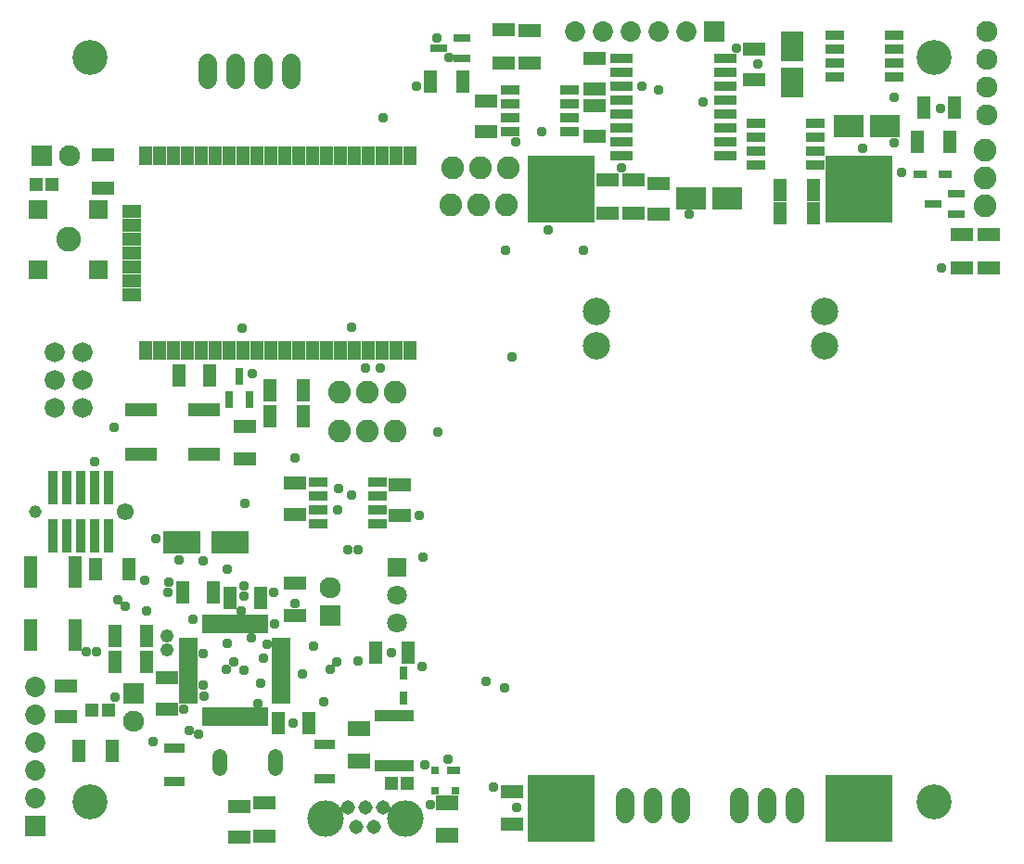
<source format=gts>
G04 EAGLE Gerber RS-274X export*
G75*
%MOMM*%
%FSLAX34Y34*%
%LPD*%
%INSoldermask Top*%
%IPPOS*%
%AMOC8*
5,1,8,0,0,1.08239X$1,22.5*%
G01*
%ADD10R,1.223200X2.023200*%
%ADD11C,3.203200*%
%ADD12C,1.928200*%
%ADD13R,1.808200X1.808200*%
%ADD14C,1.808200*%
%ADD15R,1.219200X1.727200*%
%ADD16R,1.727200X1.219200*%
%ADD17R,1.731200X0.853200*%
%ADD18R,2.023200X1.223200*%
%ADD19R,3.503200X2.003200*%
%ADD20C,1.238200*%
%ADD21R,1.233200X2.073200*%
%ADD22R,1.253200X2.003200*%
%ADD23R,0.803200X1.503200*%
%ADD24R,2.003200X1.253200*%
%ADD25R,2.023200X1.363200*%
%ADD26R,1.928200X1.928200*%
%ADD27R,1.153200X1.153200*%
%ADD28C,1.828800*%
%ADD29R,1.678200X0.503200*%
%ADD30R,0.503200X1.678200*%
%ADD31R,0.903200X3.103200*%
%ADD32C,1.553200*%
%ADD33C,1.153200*%
%ADD34C,1.320800*%
%ADD35R,1.983200X0.913200*%
%ADD36R,1.728200X0.853200*%
%ADD37R,2.003200X2.803200*%
%ADD38R,2.803200X2.003200*%
%ADD39R,3.633200X1.053200*%
%ADD40R,1.203200X1.203200*%
%ADD41R,1.203200X0.803200*%
%ADD42R,0.803200X0.803200*%
%ADD43R,1.503200X0.803200*%
%ADD44R,1.303200X0.703200*%
%ADD45R,0.703200X1.303200*%
%ADD46C,2.082800*%
%ADD47R,6.203200X6.203200*%
%ADD48C,1.727200*%
%ADD49C,2.253200*%
%ADD50R,1.703200X1.703200*%
%ADD51R,1.203200X2.953200*%
%ADD52R,2.953200X1.203200*%
%ADD53C,1.311200*%
%ADD54C,3.335200*%
%ADD55R,1.853200X1.853200*%
%ADD56C,1.853200*%
%ADD57R,2.128200X0.853200*%
%ADD58C,2.503200*%
%ADD59C,0.959600*%


D10*
X177500Y231600D03*
X149500Y231600D03*
D11*
X65000Y720000D03*
X835000Y720000D03*
X835000Y40000D03*
X65000Y40000D03*
D12*
X884000Y744000D03*
X884000Y718600D03*
X884000Y693200D03*
X884000Y667800D03*
D13*
X345000Y254000D03*
D14*
X345000Y228600D03*
X345000Y203200D03*
D15*
X356650Y629900D03*
X343950Y629900D03*
X331250Y629900D03*
X318550Y629900D03*
X305850Y629900D03*
X293150Y629900D03*
X280450Y629900D03*
X267750Y629900D03*
X255050Y629900D03*
X242350Y629900D03*
X229650Y629900D03*
X216950Y629900D03*
X204250Y629900D03*
X191550Y629900D03*
X178850Y629900D03*
X166150Y629900D03*
X153450Y629900D03*
X140750Y629900D03*
X128050Y629900D03*
X115350Y629900D03*
D16*
X102650Y579100D03*
X102650Y566400D03*
X102650Y553700D03*
X102650Y541000D03*
X102650Y528300D03*
X102650Y515600D03*
X102650Y502900D03*
D15*
X115350Y452100D03*
X128050Y452100D03*
X140750Y452100D03*
X153450Y452100D03*
X166150Y452100D03*
X178850Y452100D03*
X191550Y452100D03*
X204250Y452100D03*
X216950Y452100D03*
X229650Y452100D03*
X242350Y452100D03*
X255050Y452100D03*
X267750Y452100D03*
X280450Y452100D03*
X293150Y452100D03*
X305850Y452100D03*
X318550Y452100D03*
X331250Y452100D03*
X343950Y452100D03*
X356650Y452100D03*
D17*
X502710Y652150D03*
X502710Y664850D03*
X502710Y677550D03*
X502710Y690250D03*
X448490Y690250D03*
X448490Y677550D03*
X448490Y664850D03*
X448490Y652150D03*
D18*
X43000Y118000D03*
X43000Y146000D03*
X426600Y680200D03*
X426600Y652200D03*
D17*
X272890Y332050D03*
X272890Y319350D03*
X272890Y306650D03*
X272890Y293950D03*
X327110Y293950D03*
X327110Y306650D03*
X327110Y319350D03*
X327110Y332050D03*
D18*
X135000Y125200D03*
X135000Y153200D03*
D19*
X193000Y277000D03*
X149000Y277000D03*
D20*
X135000Y179000D03*
X135000Y191500D03*
D21*
X116200Y192000D03*
X87800Y192000D03*
X116200Y168000D03*
X87800Y168000D03*
D18*
X348000Y330000D03*
X348000Y302000D03*
D22*
X259500Y416400D03*
X229500Y416400D03*
X229500Y392400D03*
X259500Y392400D03*
D23*
X191500Y407500D03*
X210500Y407500D03*
X201000Y428500D03*
D24*
X206000Y383000D03*
X206000Y353000D03*
D25*
X310800Y106950D03*
X310800Y77450D03*
D24*
X223900Y9200D03*
X223900Y39200D03*
D18*
X200900Y8300D03*
X200900Y36300D03*
D26*
X105000Y139000D03*
D12*
X105000Y113600D03*
D27*
X66500Y124000D03*
X81500Y124000D03*
D22*
X55000Y87000D03*
X85000Y87000D03*
D26*
X21000Y630000D03*
D12*
X46400Y630000D03*
D27*
X30500Y604000D03*
X15500Y604000D03*
D24*
X76800Y600800D03*
X76800Y630800D03*
D28*
X58200Y425500D03*
X32800Y425500D03*
X32800Y400100D03*
X58200Y400100D03*
X58200Y450900D03*
X32800Y450900D03*
D29*
X154620Y187500D03*
X154620Y182500D03*
X154620Y177500D03*
X154620Y172500D03*
X154620Y167500D03*
X154620Y162500D03*
X154620Y157500D03*
X154620Y152500D03*
X154620Y147500D03*
X154620Y142500D03*
X154620Y137500D03*
X154620Y132500D03*
D30*
X169500Y117620D03*
X174500Y117620D03*
X179500Y117620D03*
X184500Y117620D03*
X189500Y117620D03*
X194500Y117620D03*
X199500Y117620D03*
X204500Y117620D03*
X209500Y117620D03*
X214500Y117620D03*
X219500Y117620D03*
X224500Y117620D03*
D29*
X239380Y132500D03*
X239380Y137500D03*
X239380Y142500D03*
X239380Y147500D03*
X239380Y152500D03*
X239380Y157500D03*
X239380Y162500D03*
X239380Y167500D03*
X239380Y172500D03*
X239380Y177500D03*
X239380Y182500D03*
X239380Y187500D03*
D30*
X224500Y202380D03*
X219500Y202380D03*
X214500Y202380D03*
X209500Y202380D03*
X204500Y202380D03*
X199500Y202380D03*
X194500Y202380D03*
X189500Y202380D03*
X184500Y202380D03*
X179500Y202380D03*
X174500Y202380D03*
X169500Y202380D03*
D31*
X81400Y327000D03*
X81400Y283000D03*
X68700Y327000D03*
X68700Y283000D03*
X56000Y327000D03*
X56000Y283000D03*
X43300Y327000D03*
X43300Y283000D03*
X30600Y327000D03*
X30600Y283000D03*
D32*
X97200Y305000D03*
D33*
X14800Y305000D03*
D10*
X193000Y226000D03*
X221000Y226000D03*
X237000Y112000D03*
X265000Y112000D03*
D34*
X234400Y81588D02*
X234400Y70412D01*
X183600Y70412D02*
X183600Y81588D01*
D35*
X142000Y89400D03*
X142000Y58600D03*
X279000Y92400D03*
X279000Y61600D03*
D24*
X885000Y528000D03*
X885000Y558000D03*
X861000Y528000D03*
X861000Y558000D03*
X449900Y19600D03*
X449900Y49600D03*
D36*
X744380Y740050D03*
X744380Y727350D03*
X744380Y714650D03*
X744380Y701950D03*
X798620Y701950D03*
X798620Y714650D03*
X798620Y727350D03*
X798620Y740050D03*
X672380Y659550D03*
X672380Y646850D03*
X672380Y634150D03*
X672380Y621450D03*
X726620Y621450D03*
X726620Y634150D03*
X726620Y646850D03*
X726620Y659550D03*
D37*
X706000Y729900D03*
X706000Y696900D03*
D18*
X671100Y727500D03*
X671100Y699500D03*
D10*
X826000Y674000D03*
X854000Y674000D03*
D38*
X790500Y657000D03*
X757500Y657000D03*
X646500Y591000D03*
X613500Y591000D03*
D18*
X584000Y605000D03*
X584000Y577000D03*
D39*
X342500Y73000D03*
X342500Y119000D03*
D40*
X354700Y56900D03*
X339700Y56900D03*
D25*
X391100Y9450D03*
X391100Y38950D03*
D41*
X396800Y69100D03*
D42*
X379800Y69100D03*
X379800Y50100D03*
X398800Y50100D03*
D43*
X855500Y576500D03*
X855500Y595500D03*
X834500Y586000D03*
D44*
X845200Y613600D03*
X822200Y613600D03*
D22*
X355400Y176700D03*
X325400Y176700D03*
D45*
X350800Y158000D03*
X350800Y135000D03*
D22*
X725000Y599000D03*
X695000Y599000D03*
X725000Y578000D03*
X695000Y578000D03*
X850000Y643000D03*
X820000Y643000D03*
D46*
X882000Y635400D03*
X882000Y610000D03*
X882000Y584600D03*
X446400Y619500D03*
X421000Y619500D03*
X395600Y619500D03*
X444900Y585500D03*
X419500Y585500D03*
X394100Y585500D03*
D47*
X495000Y34000D03*
X495000Y600000D03*
X767000Y600000D03*
X767000Y34000D03*
D48*
X172000Y699380D02*
X172000Y714620D01*
X197400Y714620D02*
X197400Y699380D01*
X222800Y699380D02*
X222800Y714620D01*
X248200Y714620D02*
X248200Y699380D01*
D49*
X45000Y554000D03*
D50*
X17500Y526500D03*
X17500Y581500D03*
X72500Y581500D03*
X72500Y526500D03*
D51*
X51000Y249750D03*
X51000Y192250D03*
X11000Y249750D03*
X11000Y192250D03*
D46*
X292600Y414000D03*
X318000Y414000D03*
X343400Y414000D03*
X292600Y379000D03*
X318000Y379000D03*
X343400Y379000D03*
D52*
X168750Y358000D03*
X111250Y358000D03*
X168750Y398000D03*
X111250Y398000D03*
D53*
X332000Y35250D03*
X324000Y17250D03*
X316000Y35250D03*
X308000Y17250D03*
X300000Y35250D03*
D54*
X352500Y25250D03*
X279500Y25250D03*
D48*
X657600Y29380D02*
X657600Y44620D01*
X683000Y44620D02*
X683000Y29380D01*
X708400Y29380D02*
X708400Y44620D01*
X553600Y44620D02*
X553600Y29380D01*
X579000Y29380D02*
X579000Y44620D01*
X604400Y44620D02*
X604400Y29380D01*
D55*
X635000Y744000D03*
D56*
X609600Y744000D03*
X584200Y744000D03*
X558800Y744000D03*
X533400Y744000D03*
X508000Y744000D03*
D55*
X15000Y18000D03*
D56*
X15000Y43400D03*
X15000Y68800D03*
X15000Y94200D03*
X15000Y119600D03*
X15000Y145000D03*
D24*
X442300Y745100D03*
X442300Y715100D03*
D22*
X405600Y698000D03*
X375600Y698000D03*
D43*
X404500Y719100D03*
X404500Y738100D03*
X383500Y728600D03*
D24*
X561000Y608000D03*
X561000Y578000D03*
X537000Y578000D03*
X537000Y608000D03*
D18*
X252000Y303000D03*
X252000Y331000D03*
X525300Y675800D03*
X525300Y647800D03*
D10*
X146000Y430000D03*
X174000Y430000D03*
D22*
X70000Y253000D03*
X100000Y253000D03*
D26*
X284000Y210000D03*
D12*
X284000Y235400D03*
D24*
X252000Y240000D03*
X252000Y210000D03*
D57*
X550380Y719450D03*
X550380Y706750D03*
X550380Y694050D03*
X550380Y681350D03*
X550380Y668650D03*
X550380Y655950D03*
X550380Y643250D03*
X550380Y630550D03*
X644620Y630550D03*
X644620Y643250D03*
X644620Y655950D03*
X644620Y668650D03*
X644620Y681350D03*
X644620Y694050D03*
X644620Y706750D03*
X644620Y719450D03*
D58*
X735500Y488000D03*
X735500Y457000D03*
X527500Y457000D03*
X527500Y488000D03*
D24*
X466200Y714900D03*
X466200Y744900D03*
D18*
X525200Y691500D03*
X525200Y719500D03*
D59*
X316500Y436500D03*
X146500Y261000D03*
X114500Y242500D03*
X226400Y183714D03*
X195846Y167725D03*
X841700Y527900D03*
X655400Y728300D03*
X454500Y34800D03*
X205333Y160067D03*
X381600Y738052D03*
X218400Y130200D03*
X250000Y112000D03*
X69000Y351000D03*
X86500Y382000D03*
X269233Y182286D03*
X168200Y175400D03*
X190400Y185300D03*
X158800Y207000D03*
X87800Y136200D03*
X122300Y95400D03*
X136000Y231600D03*
X125318Y280318D03*
X300000Y270000D03*
X365500Y302000D03*
X190500Y252500D03*
X168000Y260000D03*
X611800Y576500D03*
X340300Y176600D03*
X391714Y79314D03*
X841600Y673300D03*
X770400Y636700D03*
X150000Y125000D03*
X290400Y168000D03*
X426800Y150600D03*
X806000Y615000D03*
X674100Y714300D03*
X155166Y105000D03*
X550400Y619600D03*
X332000Y665100D03*
X453789Y642911D03*
X443400Y143900D03*
X284100Y161200D03*
X164254Y102254D03*
X168500Y146500D03*
X450400Y446200D03*
X259100Y156614D03*
X362500Y694100D03*
X233500Y202800D03*
X232600Y231200D03*
X203152Y214807D03*
X116500Y214886D03*
X223000Y171400D03*
X370600Y74000D03*
X375800Y38000D03*
X221000Y148200D03*
X309400Y168400D03*
X309500Y270600D03*
X169000Y137000D03*
X382200Y377900D03*
X368000Y163600D03*
X368500Y263600D03*
X213000Y431000D03*
X252000Y354000D03*
X189662Y160841D03*
X433500Y54000D03*
X204000Y472400D03*
X136474Y240826D03*
X206600Y312900D03*
X329700Y436528D03*
X444000Y544000D03*
X515100Y544100D03*
X583600Y690200D03*
X61552Y177500D03*
X90000Y225000D03*
X205500Y237000D03*
X71000Y177500D03*
X97000Y219000D03*
X205500Y227847D03*
X798500Y642500D03*
X798500Y684000D03*
X291000Y307000D03*
X292000Y326000D03*
X304000Y320000D03*
X303500Y473700D03*
X477000Y652400D03*
X392100Y720300D03*
X483500Y562900D03*
X278000Y131700D03*
X624600Y679300D03*
X568600Y694000D03*
X212416Y189953D03*
X251600Y221300D03*
M02*

</source>
